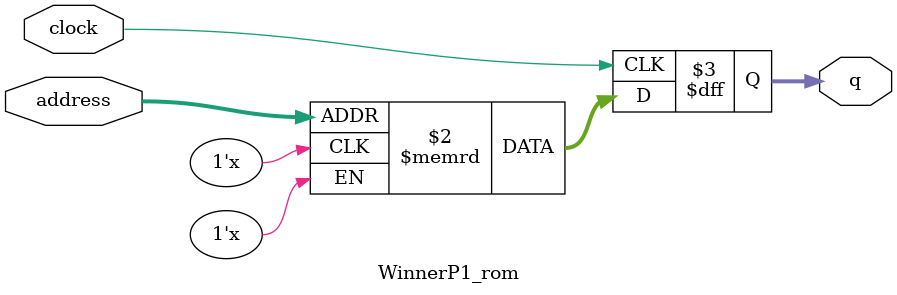
<source format=sv>
module WinnerP1_rom (
	input logic clock,
	input logic [14:0] address,
	output logic [2:0] q
);

logic [2:0] memory [0:19199] /* synthesis ram_init_file = "./WinnerP1/WinnerP1.mif" */;

always_ff @ (posedge clock) begin
	q <= memory[address];
end

endmodule

</source>
